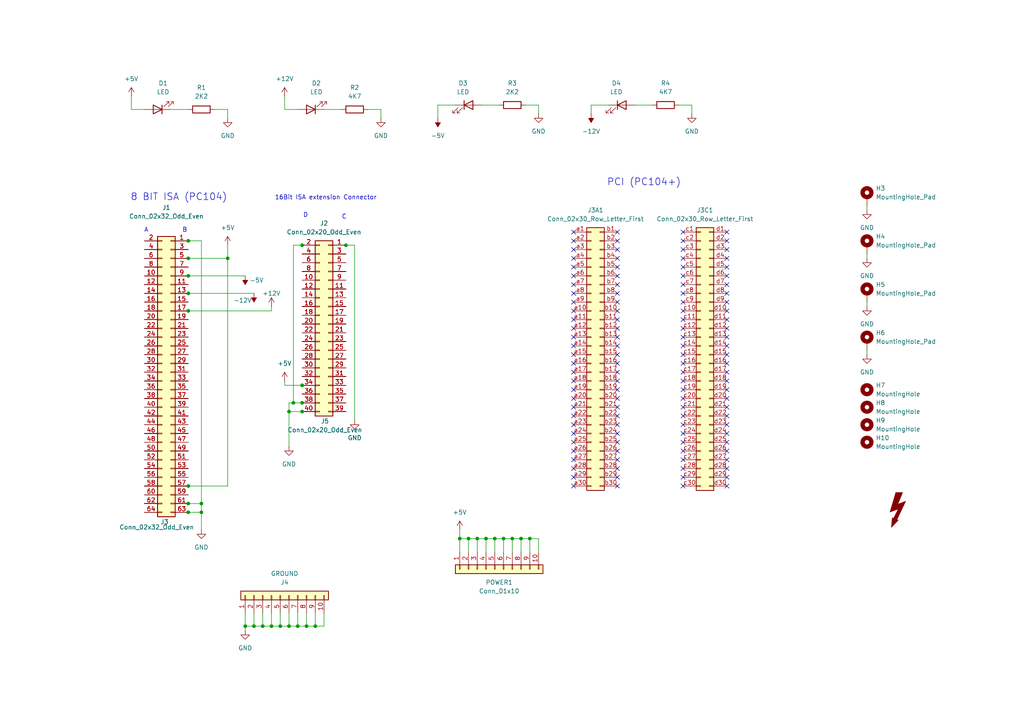
<source format=kicad_sch>
(kicad_sch (version 20250114) (generator "eeschema") (generator_version "9.0")
  (paper "A4")
  (lib_symbols
    (symbol "Conn_02x30_Row_Letter_First_1" (pin_names (offset 1.016) (hide yes))
      (property "Reference" "J2" (at 1.27 41.91 0))
      (property "Value" "Conn_02x30_Row_Letter_First" (at 1.27 39.37 0))
      (symbol "Conn_02x30_Row_Letter_First_1_1_1"
        (pin passive line (at -5.08 35.56 0) (length 3.81) (name "Pin_a1") (number "c1"))
        (pin passive line (at -5.08 33.02 0) (length 3.81) (name "Pin_a2") (number "c2"))
        (pin passive line (at -5.08 30.48 0) (length 3.81) (name "Pin_a3") (number "c3"))
        (pin passive line (at -5.08 27.94 0) (length 3.81) (name "Pin_a4") (number "c4"))
        (pin passive line (at -5.08 25.4 0) (length 3.81) (name "Pin_a5") (number "c5"))
        (pin passive line (at -5.08 22.86 0) (length 3.81) (name "Pin_a6") (number "c6"))
        (pin passive line (at -5.08 20.32 0) (length 3.81) (name "Pin_a7") (number "c7"))
        (pin passive line (at -5.08 17.78 0) (length 3.81) (name "Pin_a8") (number "c8"))
        (pin passive line (at -5.08 15.24 0) (length 3.81) (name "Pin_a9") (number "c9"))
        (pin passive line (at -5.08 12.7 0) (length 3.81) (name "Pin_a10") (number "c10"))
        (pin passive line (at -5.08 10.16 0) (length 3.81) (name "Pin_a11") (number "c11"))
        (pin passive line (at -5.08 7.62 0) (length 3.81) (name "Pin_a12") (number "c12"))
        (pin passive line (at -5.08 5.08 0) (length 3.81) (name "Pin_a13") (number "c13"))
        (pin passive line (at -5.08 2.54 0) (length 3.81) (name "Pin_a14") (number "c14"))
        (pin passive line (at -5.08 0 0) (length 3.81) (name "Pin_a15") (number "c15"))
        (pin passive line (at -5.08 -2.54 0) (length 3.81) (name "Pin_a16") (number "c16"))
        (pin passive line (at -5.08 -5.08 0) (length 3.81) (name "Pin_a17") (number "c17"))
        (pin passive line (at -5.08 -7.62 0) (length 3.81) (name "Pin_a18") (number "c18"))
        (pin passive line (at -5.08 -10.16 0) (length 3.81) (name "Pin_a19") (number "c19"))
        (pin passive line (at -5.08 -12.7 0) (length 3.81) (name "Pin_a20") (number "c20"))
        (pin passive line (at -5.08 -15.24 0) (length 3.81) (name "Pin_a21") (number "c21"))
        (pin passive line (at -5.08 -17.78 0) (length 3.81) (name "Pin_a22") (number "c22"))
        (pin passive line (at -5.08 -20.32 0) (length 3.81) (name "Pin_a23") (number "c23"))
        (pin passive line (at -5.08 -22.86 0) (length 3.81) (name "Pin_a24") (number "c24"))
        (pin passive line (at -5.08 -25.4 0) (length 3.81) (name "Pin_a25") (number "c25"))
        (pin passive line (at -5.08 -27.94 0) (length 3.81) (name "Pin_a26") (number "c26"))
        (pin passive line (at -5.08 -30.48 0) (length 3.81) (name "Pin_a27") (number "c27"))
        (pin passive line (at -5.08 -33.02 0) (length 3.81) (name "Pin_a28") (number "c28"))
        (pin passive line (at -5.08 -35.56 0) (length 3.81) (name "Pin_a29") (number "c29"))
        (pin passive line (at -5.08 -38.1 0) (length 3.81) (name "Pin_a30") (number "c30"))
        (pin passive line (at 7.62 35.56 180) (length 3.81) (name "Pin_b1") (number "d1"))
        (pin passive line (at 7.62 33.02 180) (length 3.81) (name "Pin_b2") (number "d2"))
        (pin passive line (at 7.62 30.48 180) (length 3.81) (name "Pin_b3") (number "d3"))
        (pin passive line (at 7.62 27.94 180) (length 3.81) (name "Pin_b4") (number "d4"))
        (pin passive line (at 7.62 25.4 180) (length 3.81) (name "Pin_b5") (number "d5"))
        (pin passive line (at 7.62 22.86 180) (length 3.81) (name "Pin_b6") (number "d6"))
        (pin passive line (at 7.62 20.32 180) (length 3.81) (name "Pin_b7") (number "d7"))
        (pin passive line (at 7.62 17.78 180) (length 3.81) (name "Pin_b8") (number "d8"))
        (pin passive line (at 7.62 15.24 180) (length 3.81) (name "Pin_b9") (number "d9"))
        (pin passive line (at 7.62 12.7 180) (length 3.81) (name "Pin_b10") (number "d10"))
        (pin passive line (at 7.62 10.16 180) (length 3.81) (name "Pin_b11") (number "d11"))
        (pin passive line (at 7.62 7.62 180) (length 3.81) (name "Pin_b12") (number "d12"))
        (pin passive line (at 7.62 5.08 180) (length 3.81) (name "Pin_b13") (number "d13"))
        (pin passive line (at 7.62 2.54 180) (length 3.81) (name "Pin_b14") (number "d14"))
        (pin passive line (at 7.62 0 180) (length 3.81) (name "Pin_b15") (number "d15"))
        (pin passive line (at 7.62 -2.54 180) (length 3.81) (name "Pin_b16") (number "d16"))
        (pin passive line (at 7.62 -5.08 180) (length 3.81) (name "Pin_b17") (number "d17"))
        (pin passive line (at 7.62 -7.62 180) (length 3.81) (name "Pin_b18") (number "d18"))
        (pin passive line (at 7.62 -10.16 180) (length 3.81) (name "Pin_b19") (number "d19"))
        (pin passive line (at 7.62 -12.7 180) (length 3.81) (name "Pin_b20") (number "d20"))
        (pin passive line (at 7.62 -15.24 180) (length 3.81) (name "Pin_b21") (number "d21"))
        (pin passive line (at 7.62 -17.78 180) (length 3.81) (name "Pin_b22") (number "d22"))
        (pin passive line (at 7.62 -20.32 180) (length 3.81) (name "Pin_b23") (number "d23"))
        (pin passive line (at 7.62 -22.86 180) (length 3.81) (name "Pin_b24") (number "d24"))
        (pin passive line (at 7.62 -25.4 180) (length 3.81) (name "Pin_b25") (number "d25"))
        (pin passive line (at 7.62 -27.94 180) (length 3.81) (name "Pin_b26") (number "d26"))
        (pin passive line (at 7.62 -30.48 180) (length 3.81) (name "Pin_b27") (number "d27"))
        (pin passive line (at 7.62 -33.02 180) (length 3.81) (name "Pin_b28") (number "d28"))
        (pin passive line (at 7.62 -35.56 180) (length 3.81) (name "Pin_b29") (number "d29"))
        (pin passive line (at 7.62 -38.1 180) (length 3.81) (name "Pin_b30") (number "d30"))
      )
    )
    (symbol "Connector_Generic:Conn_01x10" (pin_names (offset 1.016) (hide yes))
      (property "Reference" "J" (at 0 12.7 0))
      (property "Value" "Conn_01x10" (at 0 -15.24 0))
      (symbol "Conn_01x10_1_1"
        (pin passive line (at -5.08 10.16 0) (length 3.81) (name "Pin_1") (number "1"))
        (pin passive line (at -5.08 7.62 0) (length 3.81) (name "Pin_2") (number "2"))
        (pin passive line (at -5.08 5.08 0) (length 3.81) (name "Pin_3") (number "3"))
        (pin passive line (at -5.08 2.54 0) (length 3.81) (name "Pin_4") (number "4"))
        (pin passive line (at -5.08 0 0) (length 3.81) (name "Pin_5") (number "5"))
        (pin passive line (at -5.08 -2.54 0) (length 3.81) (name "Pin_6") (number "6"))
        (pin passive line (at -5.08 -5.08 0) (length 3.81) (name "Pin_7") (number "7"))
        (pin passive line (at -5.08 -7.62 0) (length 3.81) (name "Pin_8") (number "8"))
        (pin passive line (at -5.08 -10.16 0) (length 3.81) (name "Pin_9") (number "9"))
        (pin passive line (at -5.08 -12.7 0) (length 3.81) (name "Pin_10") (number "10"))
      )
    )
    (symbol "Connector_Generic:Conn_02x20_Odd_Even" (pin_names (offset 1.016) (hide yes))
      (property "Reference" "J" (at 1.27 25.4 0))
      (property "Value" "Conn_02x20_Odd_Even" (at 1.27 -27.94 0))
      (symbol "Conn_02x20_Odd_Even_1_1"
        (pin passive line (at -5.08 22.86 0) (length 3.81) (name "Pin_1") (number "1"))
        (pin passive line (at -5.08 20.32 0) (length 3.81) (name "Pin_3") (number "3"))
        (pin passive line (at -5.08 17.78 0) (length 3.81) (name "Pin_5") (number "5"))
        (pin passive line (at -5.08 15.24 0) (length 3.81) (name "Pin_7") (number "7"))
        (pin passive line (at -5.08 12.7 0) (length 3.81) (name "Pin_9") (number "9"))
        (pin passive line (at -5.08 10.16 0) (length 3.81) (name "Pin_11") (number "11"))
        (pin passive line (at -5.08 7.62 0) (length 3.81) (name "Pin_13") (number "13"))
        (pin passive line (at -5.08 5.08 0) (length 3.81) (name "Pin_15") (number "15"))
        (pin passive line (at -5.08 2.54 0) (length 3.81) (name "Pin_17") (number "17"))
        (pin passive line (at -5.08 0 0) (length 3.81) (name "Pin_19") (number "19"))
        (pin passive line (at -5.08 -2.54 0) (length 3.81) (name "Pin_21") (number "21"))
        (pin passive line (at -5.08 -5.08 0) (length 3.81) (name "Pin_23") (number "23"))
        (pin passive line (at -5.08 -7.62 0) (length 3.81) (name "Pin_25") (number "25"))
        (pin passive line (at -5.08 -10.16 0) (length 3.81) (name "Pin_27") (number "27"))
        (pin passive line (at -5.08 -12.7 0) (length 3.81) (name "Pin_29") (number "29"))
        (pin passive line (at -5.08 -15.24 0) (length 3.81) (name "Pin_31") (number "31"))
        (pin passive line (at -5.08 -17.78 0) (length 3.81) (name "Pin_33") (number "33"))
        (pin passive line (at -5.08 -20.32 0) (length 3.81) (name "Pin_35") (number "35"))
        (pin passive line (at -5.08 -22.86 0) (length 3.81) (name "Pin_37") (number "37"))
        (pin passive line (at -5.08 -25.4 0) (length 3.81) (name "Pin_39") (number "39"))
        (pin passive line (at 7.62 22.86 180) (length 3.81) (name "Pin_2") (number "2"))
        (pin passive line (at 7.62 20.32 180) (length 3.81) (name "Pin_4") (number "4"))
        (pin passive line (at 7.62 17.78 180) (length 3.81) (name "Pin_6") (number "6"))
        (pin passive line (at 7.62 15.24 180) (length 3.81) (name "Pin_8") (number "8"))
        (pin passive line (at 7.62 12.7 180) (length 3.81) (name "Pin_10") (number "10"))
        (pin passive line (at 7.62 10.16 180) (length 3.81) (name "Pin_12") (number "12"))
        (pin passive line (at 7.62 7.62 180) (length 3.81) (name "Pin_14") (number "14"))
        (pin passive line (at 7.62 5.08 180) (length 3.81) (name "Pin_16") (number "16"))
        (pin passive line (at 7.62 2.54 180) (length 3.81) (name "Pin_18") (number "18"))
        (pin passive line (at 7.62 0 180) (length 3.81) (name "Pin_20") (number "20"))
        (pin passive line (at 7.62 -2.54 180) (length 3.81) (name "Pin_22") (number "22"))
        (pin passive line (at 7.62 -5.08 180) (length 3.81) (name "Pin_24") (number "24"))
        (pin passive line (at 7.62 -7.62 180) (length 3.81) (name "Pin_26") (number "26"))
        (pin passive line (at 7.62 -10.16 180) (length 3.81) (name "Pin_28") (number "28"))
        (pin passive line (at 7.62 -12.7 180) (length 3.81) (name "Pin_30") (number "30"))
        (pin passive line (at 7.62 -15.24 180) (length 3.81) (name "Pin_32") (number "32"))
        (pin passive line (at 7.62 -17.78 180) (length 3.81) (name "Pin_34") (number "34"))
        (pin passive line (at 7.62 -20.32 180) (length 3.81) (name "Pin_36") (number "36"))
        (pin passive line (at 7.62 -22.86 180) (length 3.81) (name "Pin_38") (number "38"))
        (pin passive line (at 7.62 -25.4 180) (length 3.81) (name "Pin_40") (number "40"))
      )
    )
    (symbol "Connector_Generic:Conn_02x30_Row_Letter_First" (pin_names (offset 1.016) (hide yes))
      (property "Reference" "J" (at 1.27 38.1 0))
      (property "Value" "Conn_02x30_Row_Letter_First" (at 1.27 -40.64 0))
      (symbol "Conn_02x30_Row_Letter_First_1_1"
        (pin passive line (at -5.08 35.56 0) (length 3.81) (name "Pin_a1") (number "a1"))
        (pin passive line (at -5.08 33.02 0) (length 3.81) (name "Pin_a2") (number "a2"))
        (pin passive line (at -5.08 30.48 0) (length 3.81) (name "Pin_a3") (number "a3"))
        (pin passive line (at -5.08 27.94 0) (length 3.81) (name "Pin_a4") (number "a4"))
        (pin passive line (at -5.08 25.4 0) (length 3.81) (name "Pin_a5") (number "a5"))
        (pin passive line (at -5.08 22.86 0) (length 3.81) (name "Pin_a6") (number "a6"))
        (pin passive line (at -5.08 20.32 0) (length 3.81) (name "Pin_a7") (number "a7"))
        (pin passive line (at -5.08 17.78 0) (length 3.81) (name "Pin_a8") (number "a8"))
        (pin passive line (at -5.08 15.24 0) (length 3.81) (name "Pin_a9") (number "a9"))
        (pin passive line (at -5.08 12.7 0) (length 3.81) (name "Pin_a10") (number "a10"))
        (pin passive line (at -5.08 10.16 0) (length 3.81) (name "Pin_a11") (number "a11"))
        (pin passive line (at -5.08 7.62 0) (length 3.81) (name "Pin_a12") (number "a12"))
        (pin passive line (at -5.08 5.08 0) (length 3.81) (name "Pin_a13") (number "a13"))
        (pin passive line (at -5.08 2.54 0) (length 3.81) (name "Pin_a14") (number "a14"))
        (pin passive line (at -5.08 0 0) (length 3.81) (name "Pin_a15") (number "a15"))
        (pin passive line (at -5.08 -2.54 0) (length 3.81) (name "Pin_a16") (number "a16"))
        (pin passive line (at -5.08 -5.08 0) (length 3.81) (name "Pin_a17") (number "a17"))
        (pin passive line (at -5.08 -7.62 0) (length 3.81) (name "Pin_a18") (number "a18"))
        (pin passive line (at -5.08 -10.16 0) (length 3.81) (name "Pin_a19") (number "a19"))
        (pin passive line (at -5.08 -12.7 0) (length 3.81) (name "Pin_a20") (number "a20"))
        (pin passive line (at -5.08 -15.24 0) (length 3.81) (name "Pin_a21") (number "a21"))
        (pin passive line (at -5.08 -17.78 0) (length 3.81) (name "Pin_a22") (number "a22"))
        (pin passive line (at -5.08 -20.32 0) (length 3.81) (name "Pin_a23") (number "a23"))
        (pin passive line (at -5.08 -22.86 0) (length 3.81) (name "Pin_a24") (number "a24"))
        (pin passive line (at -5.08 -25.4 0) (length 3.81) (name "Pin_a25") (number "a25"))
        (pin passive line (at -5.08 -27.94 0) (length 3.81) (name "Pin_a26") (number "a26"))
        (pin passive line (at -5.08 -30.48 0) (length 3.81) (name "Pin_a27") (number "a27"))
        (pin passive line (at -5.08 -33.02 0) (length 3.81) (name "Pin_a28") (number "a28"))
        (pin passive line (at -5.08 -35.56 0) (length 3.81) (name "Pin_a29") (number "a29"))
        (pin passive line (at -5.08 -38.1 0) (length 3.81) (name "Pin_a30") (number "a30"))
        (pin passive line (at 7.62 35.56 180) (length 3.81) (name "Pin_b1") (number "b1"))
        (pin passive line (at 7.62 33.02 180) (length 3.81) (name "Pin_b2") (number "b2"))
        (pin passive line (at 7.62 30.48 180) (length 3.81) (name "Pin_b3") (number "b3"))
        (pin passive line (at 7.62 27.94 180) (length 3.81) (name "Pin_b4") (number "b4"))
        (pin passive line (at 7.62 25.4 180) (length 3.81) (name "Pin_b5") (number "b5"))
        (pin passive line (at 7.62 22.86 180) (length 3.81) (name "Pin_b6") (number "b6"))
        (pin passive line (at 7.62 20.32 180) (length 3.81) (name "Pin_b7") (number "b7"))
        (pin passive line (at 7.62 17.78 180) (length 3.81) (name "Pin_b8") (number "b8"))
        (pin passive line (at 7.62 15.24 180) (length 3.81) (name "Pin_b9") (number "b9"))
        (pin passive line (at 7.62 12.7 180) (length 3.81) (name "Pin_b10") (number "b10"))
        (pin passive line (at 7.62 10.16 180) (length 3.81) (name "Pin_b11") (number "b11"))
        (pin passive line (at 7.62 7.62 180) (length 3.81) (name "Pin_b12") (number "b12"))
        (pin passive line (at 7.62 5.08 180) (length 3.81) (name "Pin_b13") (number "b13"))
        (pin passive line (at 7.62 2.54 180) (length 3.81) (name "Pin_b14") (number "b14"))
        (pin passive line (at 7.62 0 180) (length 3.81) (name "Pin_b15") (number "b15"))
        (pin passive line (at 7.62 -2.54 180) (length 3.81) (name "Pin_b16") (number "b16"))
        (pin passive line (at 7.62 -5.08 180) (length 3.81) (name "Pin_b17") (number "b17"))
        (pin passive line (at 7.62 -7.62 180) (length 3.81) (name "Pin_b18") (number "b18"))
        (pin passive line (at 7.62 -10.16 180) (length 3.81) (name "Pin_b19") (number "b19"))
        (pin passive line (at 7.62 -12.7 180) (length 3.81) (name "Pin_b20") (number "b20"))
        (pin passive line (at 7.62 -15.24 180) (length 3.81) (name "Pin_b21") (number "b21"))
        (pin passive line (at 7.62 -17.78 180) (length 3.81) (name "Pin_b22") (number "b22"))
        (pin passive line (at 7.62 -20.32 180) (length 3.81) (name "Pin_b23") (number "b23"))
        (pin passive line (at 7.62 -22.86 180) (length 3.81) (name "Pin_b24") (number "b24"))
        (pin passive line (at 7.62 -25.4 180) (length 3.81) (name "Pin_b25") (number "b25"))
        (pin passive line (at 7.62 -27.94 180) (length 3.81) (name "Pin_b26") (number "b26"))
        (pin passive line (at 7.62 -30.48 180) (length 3.81) (name "Pin_b27") (number "b27"))
        (pin passive line (at 7.62 -33.02 180) (length 3.81) (name "Pin_b28") (number "b28"))
        (pin passive line (at 7.62 -35.56 180) (length 3.81) (name "Pin_b29") (number "b29"))
        (pin passive line (at 7.62 -38.1 180) (length 3.81) (name "Pin_b30") (number "b30"))
      )
    )
    (symbol "Connector_Generic:Conn_02x32_Odd_Even" (pin_names (offset 1.016) (hide yes))
      (property "Reference" "J" (at 1.27 40.64 0))
      (property "Value" "Conn_02x32_Odd_Even" (at 1.27 -43.18 0))
      (symbol "Conn_02x32_Odd_Even_1_1"
        (pin passive line (at -5.08 38.1 0) (length 3.81) (name "Pin_1") (number "1"))
        (pin passive line (at -5.08 35.56 0) (length 3.81) (name "Pin_3") (number "3"))
        (pin passive line (at -5.08 33.02 0) (length 3.81) (name "Pin_5") (number "5"))
        (pin passive line (at -5.08 30.48 0) (length 3.81) (name "Pin_7") (number "7"))
        (pin passive line (at -5.08 27.94 0) (length 3.81) (name "Pin_9") (number "9"))
        (pin passive line (at -5.08 25.4 0) (length 3.81) (name "Pin_11") (number "11"))
        (pin passive line (at -5.08 22.86 0) (length 3.81) (name "Pin_13") (number "13"))
        (pin passive line (at -5.08 20.32 0) (length 3.81) (name "Pin_15") (number "15"))
        (pin passive line (at -5.08 17.78 0) (length 3.81) (name "Pin_17") (number "17"))
        (pin passive line (at -5.08 15.24 0) (length 3.81) (name "Pin_19") (number "19"))
        (pin passive line (at -5.08 12.7 0) (length 3.81) (name "Pin_21") (number "21"))
        (pin passive line (at -5.08 10.16 0) (length 3.81) (name "Pin_23") (number "23"))
        (pin passive line (at -5.08 7.62 0) (length 3.81) (name "Pin_25") (number "25"))
        (pin passive line (at -5.08 5.08 0) (length 3.81) (name "Pin_27") (number "27"))
        (pin passive line (at -5.08 2.54 0) (length 3.81) (name "Pin_29") (number "29"))
        (pin passive line (at -5.08 0 0) (length 3.81) (name "Pin_31") (number "31"))
        (pin passive line (at -5.08 -2.54 0) (length 3.81) (name "Pin_33") (number "33"))
        (pin passive line (at -5.08 -5.08 0) (length 3.81) (name "Pin_35") (number "35"))
        (pin passive line (at -5.08 -7.62 0) (length 3.81) (name "Pin_37") (number "37"))
        (pin passive line (at -5.08 -10.16 0) (length 3.81) (name "Pin_39") (number "39"))
        (pin passive line (at -5.08 -12.7 0) (length 3.81) (name "Pin_41") (number "41"))
        (pin passive line (at -5.08 -15.24 0) (length 3.81) (name "Pin_43") (number "43"))
        (pin passive line (at -5.08 -17.78 0) (length 3.81) (name "Pin_45") (number "45"))
        (pin passive line (at -5.08 -20.32 0) (length 3.81) (name "Pin_47") (number "47"))
        (pin passive line (at -5.08 -22.86 0) (length 3.81) (name "Pin_49") (number "49"))
        (pin passive line (at -5.08 -25.4 0) (length 3.81) (name "Pin_51") (number "51"))
        (pin passive line (at -5.08 -27.94 0) (length 3.81) (name "Pin_53") (number "53"))
        (pin passive line (at -5.08 -30.48 0) (length 3.81) (name "Pin_55") (number "55"))
        (pin passive line (at -5.08 -33.02 0) (length 3.81) (name "Pin_57") (number "57"))
        (pin passive line (at -5.08 -35.56 0) (length 3.81) (name "Pin_59") (number "59"))
        (pin passive line (at -5.08 -38.1 0) (length 3.81) (name "Pin_61") (number "61"))
        (pin passive line (at -5.08 -40.64 0) (length 3.81) (name "Pin_63") (number "63"))
        (pin passive line (at 7.62 38.1 180) (length 3.81) (name "Pin_2") (number "2"))
        (pin passive line (at 7.62 35.56 180) (length 3.81) (name "Pin_4") (number "4"))
        (pin passive line (at 7.62 33.02 180) (length 3.81) (name "Pin_6") (number "6"))
        (pin passive line (at 7.62 30.48 180) (length 3.81) (name "Pin_8") (number "8"))
        (pin passive line (at 7.62 27.94 180) (length 3.81) (name "Pin_10") (number "10"))
        (pin passive line (at 7.62 25.4 180) (length 3.81) (name "Pin_12") (number "12"))
        (pin passive line (at 7.62 22.86 180) (length 3.81) (name "Pin_14") (number "14"))
        (pin passive line (at 7.62 20.32 180) (length 3.81) (name "Pin_16") (number "16"))
        (pin passive line (at 7.62 17.78 180) (length 3.81) (name "Pin_18") (number "18"))
        (pin passive line (at 7.62 15.24 180) (length 3.81) (name "Pin_20") (number "20"))
        (pin passive line (at 7.62 12.7 180) (length 3.81) (name "Pin_22") (number "22"))
        (pin passive line (at 7.62 10.16 180) (length 3.81) (name "Pin_24") (number "24"))
        (pin passive line (at 7.62 7.62 180) (length 3.81) (name "Pin_26") (number "26"))
        (pin passive line (at 7.62 5.08 180) (length 3.81) (name "Pin_28") (number "28"))
        (pin passive line (at 7.62 2.54 180) (length 3.81) (name "Pin_30") (number "30"))
        (pin passive line (at 7.62 0 180) (length 3.81) (name "Pin_32") (number "32"))
        (pin passive line (at 7.62 -2.54 180) (length 3.81) (name "Pin_34") (number "34"))
        (pin passive line (at 7.62 -5.08 180) (length 3.81) (name "Pin_36") (number "36"))
        (pin passive line (at 7.62 -7.62 180) (length 3.81) (name "Pin_38") (number "38"))
        (pin passive line (at 7.62 -10.16 180) (length 3.81) (name "Pin_40") (number "40"))
        (pin passive line (at 7.62 -12.7 180) (length 3.81) (name "Pin_42") (number "42"))
        (pin passive line (at 7.62 -15.24 180) (length 3.81) (name "Pin_44") (number "44"))
        (pin passive line (at 7.62 -17.78 180) (length 3.81) (name "Pin_46") (number "46"))
        (pin passive line (at 7.62 -20.32 180) (length 3.81) (name "Pin_48") (number "48"))
        (pin passive line (at 7.62 -22.86 180) (length 3.81) (name "Pin_50") (number "50"))
        (pin passive line (at 7.62 -25.4 180) (length 3.81) (name "Pin_52") (number "52"))
        (pin passive line (at 7.62 -27.94 180) (length 3.81) (name "Pin_54") (number "54"))
        (pin passive line (at 7.62 -30.48 180) (length 3.81) (name "Pin_56") (number "56"))
        (pin passive line (at 7.62 -33.02 180) (length 3.81) (name "Pin_58") (number "58"))
        (pin passive line (at 7.62 -35.56 180) (length 3.81) (name "Pin_60") (number "60"))
        (pin passive line (at 7.62 -38.1 180) (length 3.81) (name "Pin_62") (number "62"))
        (pin passive line (at 7.62 -40.64 180) (length 3.81) (name "Pin_64") (number "64"))
      )
    )
    (symbol "Device:LED" (pin_numbers (hide yes)) (pin_names (offset 1.016) (hide yes))
      (property "Reference" "D" (at 0 2.54 0))
      (property "Value" "LED" (at 0 -2.54 0))
      (symbol "LED_1_1"
        (pin passive line (at -3.81 0 0) (length 2.54) (name "K") (number "1"))
        (pin passive line (at 3.81 0 180) (length 2.54) (name "A") (number "2"))
      )
    )
    (symbol "Device:R" (pin_numbers (hide yes)) (pin_names (offset 0))
      (property "Reference" "R" (at 2.032 0 90))
      (property "Value" "R" (at 0 0 90))
      (symbol "R_1_1"
        (pin passive line (at 0 3.81 270) (length 1.27) (name "~") (number "1"))
        (pin passive line (at 0 -3.81 90) (length 1.27) (name "~") (number "2"))
      )
    )
    (symbol "GND_1" (power) (pin_numbers (hide yes)) (pin_names (offset 0) (hide yes))
      (property "Value" "GND" (at 0 -3.81 0))
      (symbol "GND_1_1_1"
        (pin power_in line (at 0 0 270) (length 0) (name "~") (number "1"))
      )
    )
    (symbol "Graphic:SYM_Flash_Large" (in_bom no) (on_board no))
    (symbol "Mechanical:MountingHole" (pin_names (offset 1.016)) (exclude_from_sim yes) (in_bom no)
      (property "Reference" "H" (at 0 5.08 0))
      (property "Value" "MountingHole" (at 0 3.175 0))
    )
    (symbol "Mechanical:MountingHole_Pad" (pin_numbers (hide yes)) (pin_names (offset 1.016) (hide yes)) (exclude_from_sim yes) (in_bom no)
      (property "Reference" "H" (at 0 6.35 0))
      (property "Value" "MountingHole_Pad" (at 0 4.445 0))
      (symbol "MountingHole_Pad_1_1"
        (pin input line (at 0 -2.54 90) (length 2.54) (name "1") (number "1"))
      )
    )
    (symbol "power:+5V" (power) (pin_numbers (hide yes)) (pin_names (offset 0) (hide yes))
      (property "Value" "+5V" (at 0 3.556 0))
      (symbol "+5V_1_1"
        (pin power_in line (at 0 0 90) (length 0) (name "~") (number "1"))
      )
    )
    (symbol "power:-12V" (power) (pin_numbers (hide yes)) (pin_names (offset 0) (hide yes))
      (property "Value" "-12V" (at 0 3.556 0))
      (symbol "-12V_0_0"
        (pin power_in line (at 0 0 90) (length 0) (name "~") (number "1"))
      )
    )
    (symbol "power:-5V" (power) (pin_numbers (hide yes)) (pin_names (offset 0) (hide yes))
      (property "Value" "-5V" (at 0 3.556 0))
      (symbol "-5V_0_0"
        (pin power_in line (at 0 0 90) (length 0) (name "~") (number "1"))
      )
    )
    (symbol "power:GND" (power) (pin_names (offset 0))
      (property "Value" "GND" (at 0 -3.81 0))
      (symbol "GND_1_1"
        (pin power_in line (at 0 0 270) (length 0) (hide yes) (name "GND") (number "1"))
      )
    )
  )
  (text "8 BIT ISA (PC104)" (at 37.846 58.42 0) (effects (font (size 2 2)) (justify left bottom)))
  (text "PCI (PC104+)" (at 176.022 54.102 0) (effects (font (size 2 2)) (justify left bottom)))
  (text "16Bit ISA extension Connector" (at 94.488 57.404 0) (effects (font (size 1.27 1.27))))
  (text "A" (at 42.418 66.802 0) (effects (font (size 1.27 1.27))))
  (text "D" (at 88.646 62.484 0) (effects (font (size 1.27 1.27))))
  (text "B" (at 53.594 66.802 0) (effects (font (size 1.27 1.27))))
  (text "C" (at 99.822 62.992 0) (effects (font (size 1.27 1.27))))
  (junction (at 78.74 181.61))
  (junction (at 73.66 181.61))
  (junction (at 54.61 80.01))
  (junction (at 135.89 156.21))
  (junction (at 87.63 111.76))
  (junction (at 54.61 69.85))
  (junction (at 58.42 148.59))
  (junction (at 87.63 119.38))
  (junction (at 91.44 181.61))
  (junction (at 148.59 156.21))
  (junction (at 87.63 71.12))
  (junction (at 88.9 181.61))
  (junction (at 143.51 156.21))
  (junction (at 140.97 156.21))
  (junction (at 151.13 156.21))
  (junction (at 133.35 156.21))
  (junction (at 138.43 156.21))
  (junction (at 83.82 181.61))
  (junction (at 83.82 119.38))
  (junction (at 54.61 90.17))
  (junction (at 58.42 146.05))
  (junction (at 81.28 181.61))
  (junction (at 100.33 71.12))
  (junction (at 54.61 146.05))
  (junction (at 54.61 148.59))
  (junction (at 146.05 156.21))
  (junction (at 153.67 156.21))
  (junction (at 54.61 140.97))
  (junction (at 71.12 181.61))
  (junction (at 66.04 74.93))
  (junction (at 85.09 116.84))
  (junction (at 54.61 74.93))
  (junction (at 87.63 116.84))
  (junction (at 86.36 181.61))
  (junction (at 76.2 181.61))
  (junction (at 54.61 85.09))
  (no_connect (at 210.82 72.39))
  (no_connect (at 179.07 128.27))
  (no_connect (at 198.12 133.35))
  (no_connect (at 198.12 113.03))
  (no_connect (at 210.82 128.27))
  (no_connect (at 210.82 100.33))
  (no_connect (at 166.37 97.79))
  (no_connect (at 166.37 120.65))
  (no_connect (at 198.12 74.93))
  (no_connect (at 210.82 69.85))
  (no_connect (at 198.12 72.39))
  (no_connect (at 166.37 118.11))
  (no_connect (at 198.12 92.71))
  (no_connect (at 179.07 120.65))
  (no_connect (at 210.82 92.71))
  (no_connect (at 198.12 140.97))
  (no_connect (at 166.37 80.01))
  (no_connect (at 166.37 102.87))
  (no_connect (at 166.37 133.35))
  (no_connect (at 210.82 90.17))
  (no_connect (at 198.12 123.19))
  (no_connect (at 198.12 138.43))
  (no_connect (at 198.12 82.55))
  (no_connect (at 179.07 105.41))
  (no_connect (at 179.07 97.79))
  (no_connect (at 198.12 85.09))
  (no_connect (at 166.37 113.03))
  (no_connect (at 210.82 85.09))
  (no_connect (at 179.07 80.01))
  (no_connect (at 198.12 120.65))
  (no_connect (at 166.37 82.55))
  (no_connect (at 210.82 118.11))
  (no_connect (at 166.37 123.19))
  (no_connect (at 179.07 135.89))
  (no_connect (at 210.82 125.73))
  (no_connect (at 179.07 92.71))
  (no_connect (at 210.82 130.81))
  (no_connect (at 166.37 67.31))
  (no_connect (at 166.37 125.73))
  (no_connect (at 210.82 110.49))
  (no_connect (at 179.07 67.31))
  (no_connect (at 198.12 87.63))
  (no_connect (at 210.82 115.57))
  (no_connect (at 179.07 130.81))
  (no_connect (at 179.07 77.47))
  (no_connect (at 179.07 82.55))
  (no_connect (at 210.82 120.65))
  (no_connect (at 210.82 135.89))
  (no_connect (at 198.12 77.47))
  (no_connect (at 198.12 100.33))
  (no_connect (at 198.12 110.49))
  (no_connect (at 198.12 97.79))
  (no_connect (at 179.07 118.11))
  (no_connect (at 166.37 69.85))
  (no_connect (at 166.37 77.47))
  (no_connect (at 166.37 90.17))
  (no_connect (at 210.82 107.95))
  (no_connect (at 166.37 138.43))
  (no_connect (at 210.82 74.93))
  (no_connect (at 166.37 72.39))
  (no_connect (at 210.82 138.43))
  (no_connect (at 198.12 130.81))
  (no_connect (at 198.12 107.95))
  (no_connect (at 198.12 80.01))
  (no_connect (at 210.82 123.19))
  (no_connect (at 166.37 85.09))
  (no_connect (at 210.82 82.55))
  (no_connect (at 210.82 77.47))
  (no_connect (at 166.37 100.33))
  (no_connect (at 198.12 105.41))
  (no_connect (at 198.12 115.57))
  (no_connect (at 166.37 110.49))
  (no_connect (at 179.07 138.43))
  (no_connect (at 179.07 90.17))
  (no_connect (at 210.82 80.01))
  (no_connect (at 179.07 69.85))
  (no_connect (at 179.07 95.25))
  (no_connect (at 198.12 67.31))
  (no_connect (at 210.82 113.03))
  (no_connect (at 210.82 102.87))
  (no_connect (at 179.07 140.97))
  (no_connect (at 198.12 90.17))
  (no_connect (at 179.07 72.39))
  (no_connect (at 166.37 87.63))
  (no_connect (at 210.82 95.25))
  (no_connect (at 166.37 115.57))
  (no_connect (at 166.37 130.81))
  (no_connect (at 210.82 105.41))
  (no_connect (at 179.07 125.73))
  (no_connect (at 179.07 87.63))
  (no_connect (at 198.12 102.87))
  (no_connect (at 166.37 74.93))
  (no_connect (at 166.37 140.97))
  (no_connect (at 166.37 128.27))
  (no_connect (at 210.82 140.97))
  (no_connect (at 179.07 107.95))
  (no_connect (at 166.37 135.89))
  (no_connect (at 179.07 100.33))
  (no_connect (at 179.07 123.19))
  (no_connect (at 210.82 67.31))
  (no_connect (at 198.12 125.73))
  (no_connect (at 179.07 115.57))
  (no_connect (at 198.12 69.85))
  (no_connect (at 198.12 135.89))
  (no_connect (at 198.12 95.25))
  (no_connect (at 166.37 105.41))
  (no_connect (at 166.37 92.71))
  (no_connect (at 210.82 133.35))
  (no_connect (at 179.07 110.49))
  (no_connect (at 179.07 85.09))
  (no_connect (at 166.37 107.95))
  (no_connect (at 166.37 95.25))
  (no_connect (at 179.07 74.93))
  (no_connect (at 179.07 133.35))
  (no_connect (at 198.12 128.27))
  (no_connect (at 198.12 118.11))
  (no_connect (at 210.82 97.79))
  (no_connect (at 210.82 87.63))
  (no_connect (at 179.07 113.03))
  (no_connect (at 179.07 102.87))
  (wire (pts (xy 156.21 156.21) (xy 153.67 156.21)))
  (wire (pts (xy 58.42 148.59) (xy 58.42 146.05)))
  (wire (pts (xy 83.82 181.61) (xy 83.82 177.8)))
  (wire (pts (xy 58.42 146.05) (xy 58.42 69.85)))
  (wire (pts (xy 54.61 85.09) (xy 73.66 85.09)))
  (wire (pts (xy 66.04 31.75) (xy 66.04 34.29)))
  (wire (pts (xy 86.36 31.75) (xy 82.55 31.75)))
  (wire (pts (xy 76.2 181.61) (xy 78.74 181.61)))
  (wire (pts (xy 54.61 148.59) (xy 58.42 148.59)))
  (wire (pts (xy 86.36 181.61) (xy 88.9 181.61)))
  (wire (pts (xy 135.89 156.21) (xy 133.35 156.21)))
  (wire (pts (xy 153.67 156.21) (xy 153.67 160.02)))
  (wire (pts (xy 148.59 156.21) (xy 146.05 156.21)))
  (wire (pts (xy 71.12 181.61) (xy 71.12 182.88)))
  (wire (pts (xy 151.13 156.21) (xy 151.13 160.02)))
  (wire (pts (xy 140.97 156.21) (xy 140.97 160.02)))
  (wire (pts (xy 127 30.48) (xy 132.08 30.48)))
  (wire (pts (xy 82.55 31.75) (xy 82.55 27.94)))
  (wire (pts (xy 127 34.29) (xy 127 30.48)))
  (wire (pts (xy 81.28 181.61) (xy 81.28 177.8)))
  (wire (pts (xy 82.55 111.76) (xy 82.55 110.49)))
  (wire (pts (xy 100.33 71.12) (xy 102.87 71.12)))
  (wire (pts (xy 66.04 74.93) (xy 66.04 140.97)))
  (wire (pts (xy 71.12 181.61) (xy 73.66 181.61)))
  (wire (pts (xy 66.04 74.93) (xy 66.04 71.12)))
  (wire (pts (xy 85.09 116.84) (xy 83.82 116.84)))
  (wire (pts (xy 73.66 181.61) (xy 76.2 181.61)))
  (wire (pts (xy 251.46 101.6) (xy 251.46 102.87)))
  (wire (pts (xy 135.89 156.21) (xy 135.89 160.02)))
  (wire (pts (xy 138.43 156.21) (xy 135.89 156.21)))
  (wire (pts (xy 87.63 71.12) (xy 85.09 71.12)))
  (wire (pts (xy 83.82 116.84) (xy 83.82 119.38)))
  (wire (pts (xy 133.35 153.67) (xy 133.35 156.21)))
  (wire (pts (xy 133.35 156.21) (xy 133.35 160.02)))
  (wire (pts (xy 143.51 156.21) (xy 143.51 160.02)))
  (wire (pts (xy 54.61 74.93) (xy 66.04 74.93)))
  (wire (pts (xy 200.66 30.48) (xy 200.66 33.02)))
  (wire (pts (xy 156.21 156.21) (xy 156.21 160.02)))
  (wire (pts (xy 78.74 181.61) (xy 78.74 177.8)))
  (wire (pts (xy 76.2 181.61) (xy 76.2 177.8)))
  (wire (pts (xy 151.13 156.21) (xy 148.59 156.21)))
  (wire (pts (xy 138.43 156.21) (xy 138.43 160.02)))
  (wire (pts (xy 78.74 181.61) (xy 81.28 181.61)))
  (wire (pts (xy 88.9 181.61) (xy 91.44 181.61)))
  (wire (pts (xy 54.61 90.17) (xy 78.74 90.17)))
  (wire (pts (xy 87.63 111.76) (xy 82.55 111.76)))
  (wire (pts (xy 146.05 156.21) (xy 143.51 156.21)))
  (wire (pts (xy 251.46 73.66) (xy 251.46 74.93)))
  (wire (pts (xy 86.36 181.61) (xy 86.36 177.8)))
  (wire (pts (xy 85.09 71.12) (xy 85.09 116.84)))
  (wire (pts (xy 58.42 69.85) (xy 54.61 69.85)))
  (wire (pts (xy 152.4 30.48) (xy 156.21 30.48)))
  (wire (pts (xy 83.82 119.38) (xy 87.63 119.38)))
  (wire (pts (xy 196.85 30.48) (xy 200.66 30.48)))
  (wire (pts (xy 102.87 71.12) (xy 102.87 121.92)))
  (wire (pts (xy 66.04 140.97) (xy 54.61 140.97)))
  (wire (pts (xy 184.15 30.48) (xy 189.23 30.48)))
  (wire (pts (xy 81.28 181.61) (xy 83.82 181.61)))
  (wire (pts (xy 140.97 156.21) (xy 138.43 156.21)))
  (wire (pts (xy 93.98 31.75) (xy 99.06 31.75)))
  (wire (pts (xy 83.82 181.61) (xy 86.36 181.61)))
  (wire (pts (xy 171.45 30.48) (xy 176.53 30.48)))
  (wire (pts (xy 139.7 30.48) (xy 144.78 30.48)))
  (wire (pts (xy 41.91 31.75) (xy 38.1 31.75)))
  (wire (pts (xy 156.21 30.48) (xy 156.21 33.02)))
  (wire (pts (xy 88.9 181.61) (xy 88.9 177.8)))
  (wire (pts (xy 62.23 31.75) (xy 66.04 31.75)))
  (wire (pts (xy 87.63 116.84) (xy 85.09 116.84)))
  (wire (pts (xy 54.61 80.01) (xy 71.12 80.01)))
  (wire (pts (xy 91.44 181.61) (xy 91.44 177.8)))
  (wire (pts (xy 73.66 181.61) (xy 73.66 177.8)))
  (wire (pts (xy 49.53 31.75) (xy 54.61 31.75)))
  (wire (pts (xy 153.67 156.21) (xy 151.13 156.21)))
  (wire (pts (xy 146.05 156.21) (xy 146.05 160.02)))
  (wire (pts (xy 251.46 87.63) (xy 251.46 88.9)))
  (wire (pts (xy 143.51 156.21) (xy 140.97 156.21)))
  (wire (pts (xy 78.74 88.9) (xy 78.74 90.17)))
  (wire (pts (xy 251.46 59.69) (xy 251.46 60.96)))
  (wire (pts (xy 91.44 181.61) (xy 93.98 181.61)))
  (wire (pts (xy 110.49 31.75) (xy 110.49 34.29)))
  (wire (pts (xy 54.61 146.05) (xy 58.42 146.05)))
  (wire (pts (xy 38.1 31.75) (xy 38.1 27.94)))
  (wire (pts (xy 58.42 153.67) (xy 58.42 148.59)))
  (wire (pts (xy 93.98 181.61) (xy 93.98 177.8)))
  (wire (pts (xy 171.45 33.02) (xy 171.45 30.48)))
  (wire (pts (xy 83.82 119.38) (xy 83.82 129.54)))
  (wire (pts (xy 71.12 177.8) (xy 71.12 181.61)))
  (wire (pts (xy 106.68 31.75) (xy 110.49 31.75)))
  (wire (pts (xy 148.59 156.21) (xy 148.59 160.02)))
  (symbol (lib_id "power:GND") (at 251.46 102.87 0) (unit 1)
    (property "Reference" "#PWR06" (effects (hide yes)))
    (property "Value" "GND" (at 251.46 107.95 0))
    (property "Description" "Power symbol creates a global label with name \"GND\" , ground" (effects (hide yes)))
  )
  (symbol (lib_name "GND_1") (lib_id "power:GND") (at 83.82 129.54 0) (unit 1)
    (property "Reference" "#PWR02" (effects (hide yes)))
    (property "Value" "GND" (at 83.82 134.62 0))
    (property "Description" "Power symbol creates a global label with name \"GND\" , ground" (effects (hide yes)))
  )
  (symbol (lib_id "power:+5V") (at 82.55 27.94 0) (unit 1)
    (property "Reference" "#PWR014" (effects (hide yes)))
    (property "Value" "+12V" (at 82.55 22.86 0))
    (property "Description" "Power symbol creates a global label with name \"+5V\"" (effects (hide yes)))
  )
  (symbol (lib_id "power:GND") (at 251.46 60.96 0) (unit 1)
    (property "Reference" "#PWR03" (effects (hide yes)))
    (property "Value" "GND" (at 251.46 66.04 0))
    (property "Description" "Power symbol creates a global label with name \"GND\" , ground" (effects (hide yes)))
  )
  (symbol (lib_id "power:GND") (at 251.46 88.9 0) (unit 1)
    (property "Reference" "#PWR05" (effects (hide yes)))
    (property "Value" "GND" (at 251.46 93.98 0))
    (property "Description" "Power symbol creates a global label with name \"GND\" , ground" (effects (hide yes)))
  )
  (symbol (lib_id "power:-5V") (at 127 34.29 180) (unit 1)
    (property "Reference" "#PWR016" (effects (hide yes)))
    (property "Value" "-5V" (at 127 39.37 0))
    (property "Description" "Power symbol creates a global label with name \"-5V\"" (effects (hide yes)))
  )
  (symbol (lib_id "Device:R") (at 102.87 31.75 90) (unit 1)
    (property "Reference" "R2" (at 102.87 25.4 90))
    (property "Value" "4K7" (at 102.87 27.94 90))
    (property "Footprint" "Resistor_SMD:R_0603_1608Metric" (effects (hide yes)))
    (property "Description" "Resistor" (effects (hide yes)))
  )
  (symbol (lib_id "Mechanical:MountingHole") (at 251.46 123.19 0) (unit 1) (exclude_from_sim yes) (in_bom no)
    (property "Reference" "H9" (at 254 121.9199 0) (effects (justify left)))
    (property "Value" "MountingHole" (at 254 124.4599 0) (effects (justify left)))
    (property "Footprint" "MountingHole:MountingHole_2mm" (effects (hide yes)))
    (property "Description" "Mounting Hole without connection" (effects (hide yes)))
  )
  (symbol (lib_id "Connector_Generic:Conn_02x30_Row_Letter_First") (at 171.45 102.87 0) (unit 1)
    (property "Reference" "J3A1" (at 172.72 60.96 0))
    (property "Value" "Conn_02x30_Row_Letter_First" (at 172.72 63.5 0))
    (property "Footprint" "Connector_PinSocket_2.00mm:PinSocket_2x30_P2.00mm_Vertical" (effects (hide yes)))
    (property "Description" "Generic connector, double row, 02x30, row letter first pin numbering scheme (pin number consists of a letter for the row and a number for the pin index in this row. a1, ..., aN; b1, ..., bN), script generated (kicad-library-utils/schlib/autogen/connector/)" (effects (hide yes)))
  )
  (symbol (lib_id "Device:LED") (at 180.34 30.48 0) (unit 1)
    (property "Reference" "D4" (at 178.7525 24.13 0))
    (property "Value" "LED" (at 178.7525 26.67 0))
    (property "Footprint" "LED_SMD:LED_0603_1608Metric" (effects (hide yes)))
    (property "Description" "Light emitting diode" (effects (hide yes)))
    (property "Sim.Pins" "1=K 2=A" (effects (hide yes)))
  )
  (symbol (lib_name "GND_1") (lib_id "power:GND") (at 156.21 33.02 0) (unit 1)
    (property "Reference" "#PWR017" (effects (hide yes)))
    (property "Value" "GND" (at 156.21 38.1 0))
    (property "Description" "Power symbol creates a global label with name \"GND\" , ground" (effects (hide yes)))
  )
  (symbol (lib_id "Device:R") (at 148.59 30.48 90) (unit 1)
    (property "Reference" "R3" (at 148.59 24.13 90))
    (property "Value" "2K2" (at 148.59 26.67 90))
    (property "Footprint" "Resistor_SMD:R_0603_1608Metric" (effects (hide yes)))
    (property "Description" "Resistor" (effects (hide yes)))
  )
  (symbol (lib_id "Connector_Generic:Conn_01x10") (at 143.51 165.1 90) (mirror x) (unit 1)
    (property "Reference" "POWER1" (at 144.78 168.91 90))
    (property "Value" "Conn_01x10" (at 144.78 171.45 90))
    (property "Footprint" "Connector_PinHeader_2.54mm:PinHeader_1x10_P2.54mm_Vertical" (effects (hide yes)))
    (property "Description" "Generic connector, single row, 01x10, script generated (kicad-library-utils/schlib/autogen/connector/)" (effects (hide yes)))
  )
  (symbol (lib_id "power:-12V") (at 171.45 33.02 180) (unit 1)
    (property "Reference" "#PWR018" (effects (hide yes)))
    (property "Value" "-12V" (at 171.45 38.1 0))
    (property "Description" "Power symbol creates a global label with name \"-12V\"" (effects (hide yes)))
  )
  (symbol (lib_id "power:-5V") (at 71.12 80.01 180) (unit 1)
    (property "Reference" "#PWR020" (effects (hide yes)))
    (property "Value" "-5V" (at 74.422 81.28 0))
    (property "Description" "Power symbol creates a global label with name \"-5V\"" (effects (hide yes)))
  )
  (symbol (lib_id "Device:R") (at 58.42 31.75 90) (unit 1)
    (property "Reference" "R1" (at 58.42 25.4 90))
    (property "Value" "2K2" (at 58.42 27.94 90))
    (property "Footprint" "Resistor_SMD:R_0603_1608Metric" (effects (hide yes)))
    (property "Description" "Resistor" (effects (hide yes)))
  )
  (symbol (lib_id "Mechanical:MountingHole_Pad") (at 251.46 57.15 0) (unit 1) (exclude_from_sim yes) (in_bom no)
    (property "Reference" "H3" (at 254 54.6099 0) (effects (justify left)))
    (property "Value" "MountingHole_Pad" (at 254 57.1499 0) (effects (justify left)))
    (property "Footprint" "MountingHole:MountingHole_3.2mm_M3_Pad_TopBottom" (effects (hide yes)))
    (property "Description" "Mounting Hole with connection" (effects (hide yes)))
  )
  (symbol (lib_id "Graphic:SYM_Flash_Large") (at 260.35 147.32 0) (unit 1) (exclude_from_sim yes)
    (property "Reference" "FOX1" (effects (hide yes)))
    (property "Value" "SYM_Flash_Large" (effects (hide yes)))
    (property "Footprint" "PaulasKiCADFootPrint:Fox_avatar_18mm" (effects (hide yes)))
    (property "Description" "Flash symbol, large" (effects (hide yes)))
  )
  (symbol (lib_id "power:+5V") (at 38.1 27.94 0) (unit 1)
    (property "Reference" "#PWR012" (effects (hide yes)))
    (property "Value" "+5V" (at 38.1 22.86 0))
    (property "Description" "Power symbol creates a global label with name \"+5V\"" (effects (hide yes)))
  )
  (symbol (lib_id "Mechanical:MountingHole") (at 251.46 113.03 0) (unit 1) (exclude_from_sim yes) (in_bom no)
    (property "Reference" "H7" (at 254 111.7599 0) (effects (justify left)))
    (property "Value" "MountingHole" (at 254 114.2999 0) (effects (justify left)))
    (property "Footprint" "MountingHole:MountingHole_2mm" (effects (hide yes)))
    (property "Description" "Mounting Hole without connection" (effects (hide yes)))
  )
  (symbol (lib_name "GND_1") (lib_id "power:GND") (at 71.12 182.88 0) (unit 1)
    (property "Reference" "#PWR011" (effects (hide yes)))
    (property "Value" "GND" (at 71.12 187.96 0))
    (property "Description" "Power symbol creates a global label with name \"GND\" , ground" (effects (hide yes)))
  )
  (symbol (lib_id "power:+5V") (at 78.74 88.9 0) (unit 1)
    (property "Reference" "#PWR021" (effects (hide yes)))
    (property "Value" "+12V" (at 78.74 85.09 0))
    (property "Description" "Power symbol creates a global label with name \"+5V\"" (effects (hide yes)))
  )
  (symbol (lib_id "Device:R") (at 193.04 30.48 90) (unit 1)
    (property "Reference" "R4" (at 193.04 24.13 90))
    (property "Value" "4K7" (at 193.04 26.67 90))
    (property "Footprint" "Resistor_SMD:R_0603_1608Metric" (effects (hide yes)))
    (property "Description" "Resistor" (effects (hide yes)))
  )
  (symbol (lib_id "Mechanical:MountingHole_Pad") (at 251.46 71.12 0) (unit 1) (exclude_from_sim yes) (in_bom no)
    (property "Reference" "H4" (at 254 68.5799 0) (effects (justify left)))
    (property "Value" "MountingHole_Pad" (at 254 71.1199 0) (effects (justify left)))
    (property "Footprint" "MountingHole:MountingHole_3.2mm_M3_Pad_TopBottom" (effects (hide yes)))
    (property "Description" "Mounting Hole with connection" (effects (hide yes)))
  )
  (symbol (lib_name "GND_1") (lib_id "power:GND") (at 102.87 121.92 0) (unit 1)
    (property "Reference" "#PWR09" (effects (hide yes)))
    (property "Value" "GND" (at 102.87 127 0))
    (property "Description" "Power symbol creates a global label with name \"GND\" , ground" (effects (hide yes)))
  )
  (symbol (lib_id "Connector_Generic:Conn_02x32_Odd_Even") (at 49.53 107.95 0) (mirror y) (unit 1)
    (property "Reference" "J1" (at 48.26 60.198 0))
    (property "Value" "Conn_02x32_Odd_Even" (at 45.466 152.908 0))
    (property "Footprint" "Connector_PinSocket_2.54mm:PinSocket_2x32_P2.54mm_Vertical" (effects (hide yes)))
    (property "Description" "Generic connector, double row, 02x32, odd/even pin numbering scheme (row 1 odd numbers, row 2 even numbers), script generated (kicad-library-utils/schlib/autogen/connector/)" (effects (hide yes)))
  )
  (symbol (lib_name "GND_1") (lib_id "power:GND") (at 58.42 153.67 0) (unit 1)
    (property "Reference" "#PWR01" (effects (hide yes)))
    (property "Value" "GND" (at 58.42 158.75 0))
    (property "Description" "Power symbol creates a global label with name \"GND\" , ground" (effects (hide yes)))
  )
  (symbol (lib_id "Connector_Generic:Conn_01x10") (at 81.28 172.72 90) (unit 1)
    (property "Reference" "J4" (at 82.55 168.91 90))
    (property "Value" "GROUND" (at 82.55 166.37 90))
    (property "Footprint" "Connector_PinHeader_2.54mm:PinHeader_1x10_P2.54mm_Vertical" (effects (hide yes)))
    (property "Description" "Generic connector, single row, 01x10, script generated (kicad-library-utils/schlib/autogen/connector/)" (effects (hide yes)))
  )
  (symbol (lib_id "Device:LED") (at 135.89 30.48 0) (unit 1)
    (property "Reference" "D3" (at 134.3025 24.13 0))
    (property "Value" "LED" (at 134.3025 26.67 0))
    (property "Footprint" "LED_SMD:LED_0603_1608Metric" (effects (hide yes)))
    (property "Description" "Light emitting diode" (effects (hide yes)))
    (property "Sim.Pins" "1=K 2=A" (effects (hide yes)))
  )
  (symbol (lib_id "Connector_Generic:Conn_02x20_Odd_Even") (at 95.25 93.98 0) (mirror y) (unit 1)
    (property "Reference" "J5" (at 94.234 122.174 0))
    (property "Value" "Conn_02x20_Odd_Even" (at 94.234 124.714 0))
    (property "Footprint" "Connector_PinSocket_2.54mm:PinSocket_2x20_P2.54mm_Vertical" (effects (hide yes)))
    (property "Description" "Generic connector, double row, 02x20, odd/even pin numbering scheme (row 1 odd numbers, row 2 even numbers), script generated (kicad-library-utils/schlib/autogen/connector/)" (effects (hide yes)))
  )
  (symbol (lib_id "Device:LED") (at 90.17 31.75 180) (unit 1)
    (property "Reference" "D2" (at 91.7575 24.13 0))
    (property "Value" "LED" (at 91.7575 26.67 0))
    (property "Footprint" "LED_SMD:LED_0603_1608Metric" (effects (hide yes)))
    (property "Description" "Light emitting diode" (effects (hide yes)))
    (property "Sim.Pins" "1=K 2=A" (effects (hide yes)))
  )
  (symbol (lib_id "Mechanical:MountingHole_Pad") (at 251.46 99.06 0) (unit 1) (exclude_from_sim yes) (in_bom no)
    (property "Reference" "H6" (at 254 96.5199 0) (effects (justify left)))
    (property "Value" "MountingHole_Pad" (at 254 99.0599 0) (effects (justify left)))
    (property "Footprint" "MountingHole:MountingHole_3.2mm_M3_Pad_TopBottom" (effects (hide yes)))
    (property "Description" "Mounting Hole with connection" (effects (hide yes)))
  )
  (symbol (lib_id "power:+5V") (at 66.04 71.12 0) (unit 1)
    (property "Reference" "#PWR07" (effects (hide yes)))
    (property "Value" "+5V" (at 66.04 66.04 0))
    (property "Description" "Power symbol creates a global label with name \"+5V\"" (effects (hide yes)))
  )
  (symbol (lib_id "Device:LED") (at 45.72 31.75 180) (unit 1)
    (property "Reference" "D1" (at 47.3075 24.13 0))
    (property "Value" "LED" (at 47.3075 26.67 0))
    (property "Footprint" "LED_SMD:LED_0603_1608Metric" (effects (hide yes)))
    (property "Description" "Light emitting diode" (effects (hide yes)))
    (property "Sim.Pins" "1=K 2=A" (effects (hide yes)))
  )
  (symbol (lib_id "power:GND") (at 251.46 74.93 0) (unit 1)
    (property "Reference" "#PWR04" (effects (hide yes)))
    (property "Value" "GND" (at 251.46 80.01 0))
    (property "Description" "Power symbol creates a global label with name \"GND\" , ground" (effects (hide yes)))
  )
  (symbol (lib_id "Mechanical:MountingHole_Pad") (at 251.46 85.09 0) (unit 1) (exclude_from_sim yes) (in_bom no)
    (property "Reference" "H5" (at 254 82.5499 0) (effects (justify left)))
    (property "Value" "MountingHole_Pad" (at 254 85.0899 0) (effects (justify left)))
    (property "Footprint" "MountingHole:MountingHole_3.2mm_M3_Pad_TopBottom" (effects (hide yes)))
    (property "Description" "Mounting Hole with connection" (effects (hide yes)))
  )
  (symbol (lib_id "Mechanical:MountingHole") (at 251.46 128.27 0) (unit 1) (exclude_from_sim yes) (in_bom no)
    (property "Reference" "H10" (at 254 126.9999 0) (effects (justify left)))
    (property "Value" "MountingHole" (at 254 129.5399 0) (effects (justify left)))
    (property "Footprint" "MountingHole:MountingHole_2mm" (effects (hide yes)))
    (property "Description" "Mounting Hole without connection" (effects (hide yes)))
  )
  (symbol (lib_name "GND_1") (lib_id "power:GND") (at 110.49 34.29 0) (unit 1)
    (property "Reference" "#PWR015" (effects (hide yes)))
    (property "Value" "GND" (at 110.49 39.37 0))
    (property "Description" "Power symbol creates a global label with name \"GND\" , ground" (effects (hide yes)))
  )
  (symbol (lib_name "GND_1") (lib_id "power:GND") (at 66.04 34.29 0) (unit 1)
    (property "Reference" "#PWR013" (effects (hide yes)))
    (property "Value" "GND" (at 66.04 39.37 0))
    (property "Description" "Power symbol creates a global label with name \"GND\" , ground" (effects (hide yes)))
  )
  (symbol (lib_id "power:+5V") (at 82.55 110.49 0) (unit 1)
    (property "Reference" "#PWR08" (effects (hide yes)))
    (property "Value" "+5V" (at 82.55 105.41 0))
    (property "Description" "Power symbol creates a global label with name \"+5V\"" (effects (hide yes)))
  )
  (symbol (lib_name "Conn_02x30_Row_Letter_First_1") (lib_id "Connector_Generic:Conn_02x30_Row_Letter_First") (at 203.2 102.87 0) (unit 1)
    (property "Reference" "J3C1" (at 204.47 60.96 0))
    (property "Value" "Conn_02x30_Row_Letter_First" (at 204.47 63.5 0))
    (property "Footprint" "Connector_PinSocket_2.00mm:PinSocket_2x30_P2.00mm_Vertical" (effects (hide yes)))
    (property "Description" "Generic connector, double row, 02x30, row letter first pin numbering scheme (pin number consists of a letter for the row and a number for the pin index in this row. a1, ..., aN; b1, ..., bN), script generated (kicad-library-utils/schlib/autogen/connector/)" (effects (hide yes)))
  )
  (symbol (lib_id "power:+5V") (at 133.35 153.67 0) (unit 1)
    (property "Reference" "#PWR010" (effects (hide yes)))
    (property "Value" "+5V" (at 133.35 148.59 0))
    (property "Description" "Power symbol creates a global label with name \"+5V\"" (effects (hide yes)))
  )
  (symbol (lib_id "Connector_Generic:Conn_02x32_Odd_Even") (at 49.53 107.95 0) (mirror y) (unit 1)
    (property "Reference" "J3" (at 47.752 151.384 0))
    (property "Value" "Conn_02x32_Odd_Even" (at 48.26 62.738 0))
    (property "Footprint" "Connector_PinSocket_2.54mm:PinSocket_2x32_P2.54mm_Vertical" (effects (hide yes)))
    (property "Description" "Generic connector, double row, 02x32, odd/even pin numbering scheme (row 1 odd numbers, row 2 even numbers), script generated (kicad-library-utils/schlib/autogen/connector/)" (effects (hide yes)))
  )
  (symbol (lib_id "power:-12V") (at 73.66 85.09 180) (unit 1)
    (property "Reference" "#PWR022" (effects (hide yes)))
    (property "Value" "-12V" (at 70.358 87.122 0))
    (property "Description" "Power symbol creates a global label with name \"-12V\"" (effects (hide yes)))
  )
  (symbol (lib_name "GND_1") (lib_id "power:GND") (at 200.66 33.02 0) (unit 1)
    (property "Reference" "#PWR019" (effects (hide yes)))
    (property "Value" "GND" (at 200.66 38.1 0))
    (property "Description" "Power symbol creates a global label with name \"GND\" , ground" (effects (hide yes)))
  )
  (symbol (lib_id "Mechanical:MountingHole") (at 251.46 118.11 0) (unit 1) (exclude_from_sim yes) (in_bom no)
    (property "Reference" "H8" (at 254 116.8399 0) (effects (justify left)))
    (property "Value" "MountingHole" (at 254 119.3799 0) (effects (justify left)))
    (property "Footprint" "MountingHole:MountingHole_2mm" (effects (hide yes)))
    (property "Description" "Mounting Hole without connection" (effects (hide yes)))
  )
  (symbol (lib_id "Connector_Generic:Conn_02x20_Odd_Even") (at 95.25 93.98 0) (mirror y) (unit 1)
    (property "Reference" "J2" (at 93.98 64.77 0))
    (property "Value" "Conn_02x20_Odd_Even" (at 93.98 67.31 0))
    (property "Footprint" "Connector_PinSocket_2.54mm:PinSocket_2x20_P2.54mm_Vertical" (effects (hide yes)))
    (property "Description" "Generic connector, double row, 02x20, odd/even pin numbering scheme (row 1 odd numbers, row 2 even numbers), script generated (kicad-library-utils/schlib/autogen/connector/)" (effects (hide yes)))
  )
)
</source>
